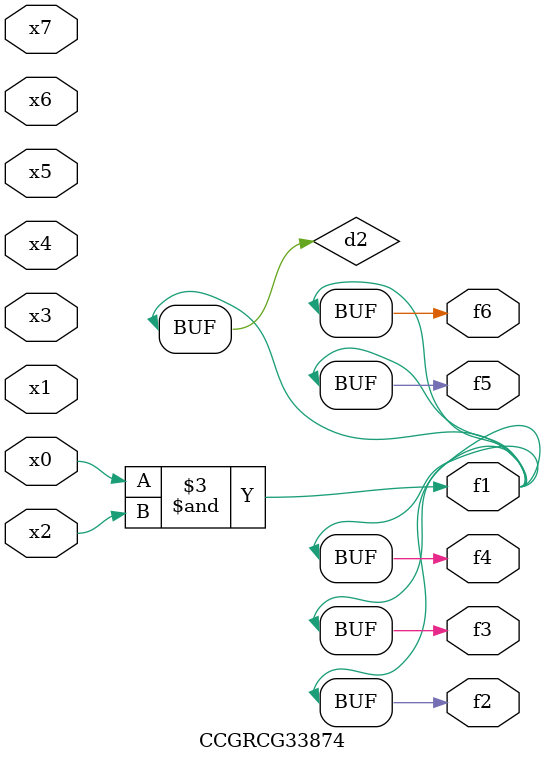
<source format=v>
module CCGRCG33874(
	input x0, x1, x2, x3, x4, x5, x6, x7,
	output f1, f2, f3, f4, f5, f6
);

	wire d1, d2;

	nor (d1, x3, x6);
	and (d2, x0, x2);
	assign f1 = d2;
	assign f2 = d2;
	assign f3 = d2;
	assign f4 = d2;
	assign f5 = d2;
	assign f6 = d2;
endmodule

</source>
